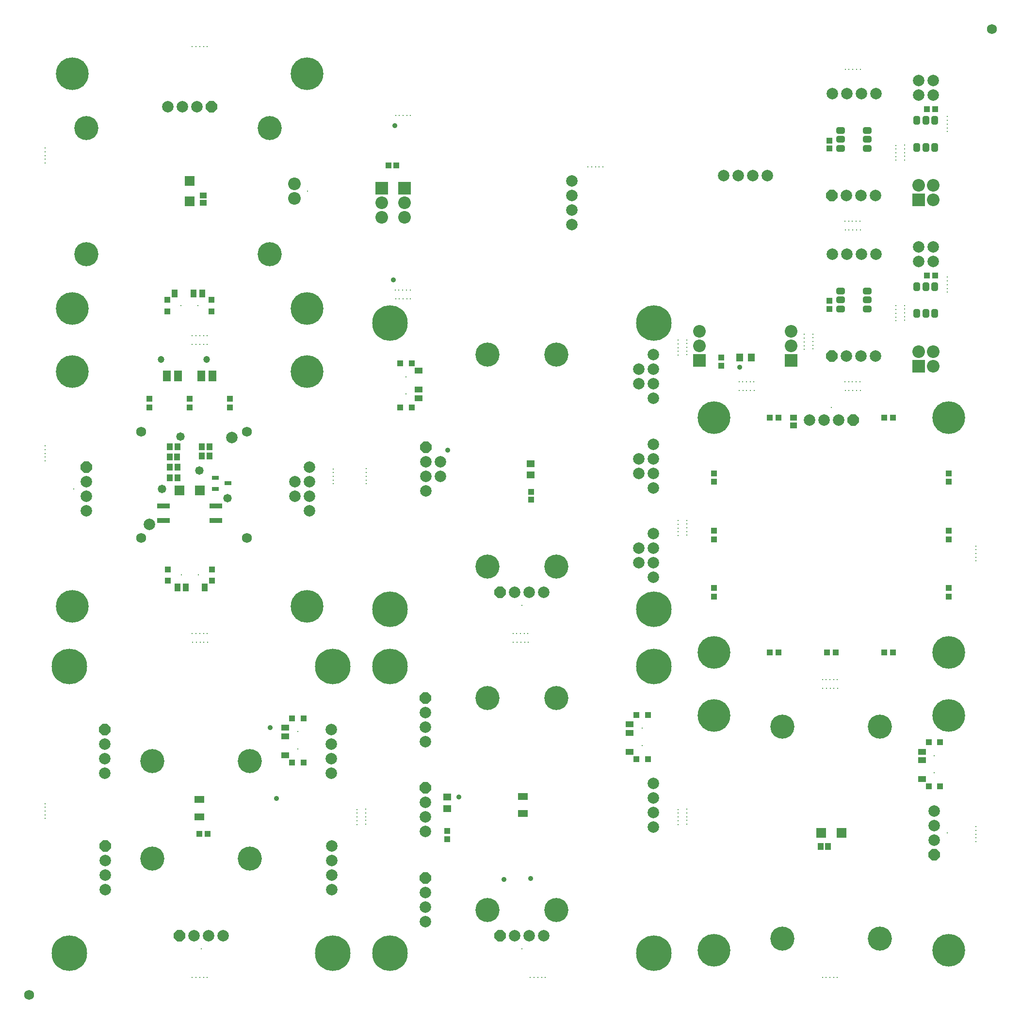
<source format=gts>
G04 Layer_Color=8388736*
%FSLAX44Y44*%
%MOMM*%
G71*
G01*
G75*
%ADD54R,1.0032X1.0032*%
%ADD55R,1.0032X1.0032*%
%ADD56R,1.1532X1.0532*%
%ADD57R,1.4532X1.1032*%
%ADD58R,1.1032X1.0032*%
%ADD59R,1.7032X1.8032*%
%ADD60R,1.0532X1.1532*%
%ADD61R,1.0532X1.0532*%
%ADD62R,1.4532X1.2032*%
%ADD63R,2.3032X0.9532*%
%ADD64R,1.2532X0.8032*%
%ADD65R,1.4032X1.9532*%
%ADD66R,1.0032X1.1032*%
%ADD67R,1.1032X1.4532*%
%ADD68R,1.8032X1.2032*%
%ADD69R,1.8032X1.7032*%
%ADD70R,1.0532X1.0532*%
%ADD71R,1.2032X1.4532*%
G04:AMPARAMS|DCode=72|XSize=1.5032mm|YSize=1.2032mm|CornerRadius=0.3516mm|HoleSize=0mm|Usage=FLASHONLY|Rotation=180.000|XOffset=0mm|YOffset=0mm|HoleType=Round|Shape=RoundedRectangle|*
%AMROUNDEDRECTD72*
21,1,1.5032,0.5000,0,0,180.0*
21,1,0.8000,1.2032,0,0,180.0*
1,1,0.7032,-0.4000,0.2500*
1,1,0.7032,0.4000,0.2500*
1,1,0.7032,0.4000,-0.2500*
1,1,0.7032,-0.4000,-0.2500*
%
%ADD72ROUNDEDRECTD72*%
G04:AMPARAMS|DCode=73|XSize=1.5032mm|YSize=1.2032mm|CornerRadius=0.3516mm|HoleSize=0mm|Usage=FLASHONLY|Rotation=270.000|XOffset=0mm|YOffset=0mm|HoleType=Round|Shape=RoundedRectangle|*
%AMROUNDEDRECTD73*
21,1,1.5032,0.5000,0,0,270.0*
21,1,0.8000,1.2032,0,0,270.0*
1,1,0.7032,-0.2500,-0.4000*
1,1,0.7032,-0.2500,0.4000*
1,1,0.7032,0.2500,0.4000*
1,1,0.7032,0.2500,-0.4000*
%
%ADD73ROUNDEDRECTD73*%
%ADD74C,0.2032*%
%ADD75C,1.7272*%
G04:AMPARAMS|DCode=76|XSize=0.2032mm|YSize=0.2032mm|CornerRadius=0mm|HoleSize=0mm|Usage=FLASHONLY|Rotation=180.000|XOffset=0mm|YOffset=0mm|HoleType=Round|Shape=RoundedRectangle|*
%AMROUNDEDRECTD76*
21,1,0.2032,0.2032,0,0,180.0*
21,1,0.2032,0.2032,0,0,180.0*
1,1,0.0000,-0.1016,0.1016*
1,1,0.0000,0.1016,0.1016*
1,1,0.0000,0.1016,-0.1016*
1,1,0.0000,-0.1016,-0.1016*
%
%ADD76ROUNDEDRECTD76*%
%ADD77P,2.1683X8X202.5*%
%ADD78C,2.0032*%
%ADD79C,5.7032*%
G04:AMPARAMS|DCode=80|XSize=0.2032mm|YSize=0.2032mm|CornerRadius=0mm|HoleSize=0mm|Usage=FLASHONLY|Rotation=90.000|XOffset=0mm|YOffset=0mm|HoleType=Round|Shape=RoundedRectangle|*
%AMROUNDEDRECTD80*
21,1,0.2032,0.2032,0,0,90.0*
21,1,0.2032,0.2032,0,0,90.0*
1,1,0.0000,0.1016,0.1016*
1,1,0.0000,0.1016,-0.1016*
1,1,0.0000,-0.1016,-0.1016*
1,1,0.0000,-0.1016,0.1016*
%
%ADD80ROUNDEDRECTD80*%
%ADD81P,2.1683X8X112.5*%
%ADD82C,4.2032*%
%ADD83C,6.2032*%
%ADD84C,0.9032*%
%ADD85C,1.2032*%
%ADD86C,1.4732*%
%ADD87C,2.2032*%
%ADD88R,2.2032X2.2032*%
%ADD89R,2.2032X2.2032*%
D54*
X1215000Y927500D02*
D03*
Y912500D02*
D03*
X1215000Y827500D02*
D03*
Y812500D02*
D03*
X1215000Y727500D02*
D03*
Y712500D02*
D03*
X1625000Y927500D02*
D03*
X1625000Y912500D02*
D03*
X1625000Y827500D02*
D03*
Y812500D02*
D03*
Y727500D02*
D03*
Y712500D02*
D03*
X300000Y1042500D02*
D03*
Y1057500D02*
D03*
X370000Y1042500D02*
D03*
Y1057500D02*
D03*
X230000Y1042500D02*
D03*
Y1057500D02*
D03*
D55*
X1327500Y1025000D02*
D03*
X1312500Y1025000D02*
D03*
X1527500D02*
D03*
X1512500Y1025000D02*
D03*
X1527500Y615000D02*
D03*
X1512500D02*
D03*
X1427500D02*
D03*
X1412501D02*
D03*
X1327500D02*
D03*
X1312500D02*
D03*
D56*
X1354000Y1024500D02*
D03*
Y1011500D02*
D03*
X324000Y1399500D02*
D03*
Y1412500D02*
D03*
D57*
X1578250Y393605D02*
D03*
Y426605D02*
D03*
Y441605D02*
D03*
X699230Y1106850D02*
D03*
Y1073850D02*
D03*
Y1058850D02*
D03*
X1068250Y441500D02*
D03*
Y474500D02*
D03*
Y489500D02*
D03*
X467000Y435500D02*
D03*
Y468500D02*
D03*
Y483500D02*
D03*
D58*
X1610000Y458105D02*
D03*
X1590000D02*
D03*
X1610000Y381105D02*
D03*
X1590000D02*
D03*
X667480Y1042350D02*
D03*
X687480D02*
D03*
X667480Y1119350D02*
D03*
X687480D02*
D03*
X1100000Y506000D02*
D03*
X1080000D02*
D03*
X1100000Y429000D02*
D03*
X1080000D02*
D03*
X498750Y500000D02*
D03*
X478750D02*
D03*
X498750Y423000D02*
D03*
X478750D02*
D03*
D59*
X1438000Y300000D02*
D03*
X1402000D02*
D03*
X282000Y898000D02*
D03*
X318000D02*
D03*
D60*
X1401500Y276000D02*
D03*
X1414500D02*
D03*
X278500Y920000D02*
D03*
X265500D02*
D03*
X265500Y938000D02*
D03*
X278500D02*
D03*
X265500Y974000D02*
D03*
X278500D02*
D03*
X265000Y956100D02*
D03*
X278000D02*
D03*
X334500Y958000D02*
D03*
X321500D02*
D03*
X321500Y974000D02*
D03*
X334500D02*
D03*
D61*
X896160Y881470D02*
D03*
Y895470D02*
D03*
X749250Y303000D02*
D03*
Y289000D02*
D03*
X1227500Y1129490D02*
D03*
Y1115490D02*
D03*
X1417000Y1228500D02*
D03*
Y1214500D02*
D03*
Y1508500D02*
D03*
Y1494500D02*
D03*
D62*
X895050Y924360D02*
D03*
Y944360D02*
D03*
X749250Y342250D02*
D03*
Y362250D02*
D03*
D63*
X254500Y845400D02*
D03*
Y870600D02*
D03*
X345500D02*
D03*
Y845400D02*
D03*
D64*
X367000Y910000D02*
D03*
X345000Y900500D02*
D03*
Y919500D02*
D03*
D65*
X340000Y1097250D02*
D03*
X320000D02*
D03*
X280000Y1097250D02*
D03*
X260000Y1097250D02*
D03*
D66*
X338895Y740000D02*
D03*
Y760000D02*
D03*
X261895Y740000D02*
D03*
Y760000D02*
D03*
X261105Y1230000D02*
D03*
Y1210000D02*
D03*
X338105Y1230000D02*
D03*
Y1210000D02*
D03*
D67*
X278395Y728250D02*
D03*
X293395D02*
D03*
X326395D02*
D03*
X321605Y1241750D02*
D03*
X306605D02*
D03*
X273605D02*
D03*
D68*
X881250Y333750D02*
D03*
Y363750D02*
D03*
X317250Y328000D02*
D03*
Y358000D02*
D03*
D69*
X300000Y1438000D02*
D03*
Y1402000D02*
D03*
D70*
X317250Y298000D02*
D03*
X331250D02*
D03*
X660740Y1465000D02*
D03*
X646740D02*
D03*
X1601000Y1273000D02*
D03*
X1587000D02*
D03*
X1601000Y1563000D02*
D03*
X1587000D02*
D03*
D71*
X1260000Y1129990D02*
D03*
X1280000D02*
D03*
D72*
X1483000Y1214500D02*
D03*
Y1230250D02*
D03*
Y1246000D02*
D03*
X1436000D02*
D03*
Y1230250D02*
D03*
Y1214500D02*
D03*
X1483000Y1494500D02*
D03*
Y1510250D02*
D03*
Y1526000D02*
D03*
X1436000D02*
D03*
Y1510250D02*
D03*
Y1494500D02*
D03*
D73*
X1569250Y1253500D02*
D03*
X1585000D02*
D03*
X1600750D02*
D03*
Y1206500D02*
D03*
X1585000D02*
D03*
X1569250D02*
D03*
Y1543500D02*
D03*
X1585000D02*
D03*
X1600750D02*
D03*
Y1496500D02*
D03*
X1585000D02*
D03*
X1569250D02*
D03*
D74*
X305000Y632500D02*
D03*
X311500D02*
D03*
X324750D02*
D03*
X318250D02*
D03*
X331000D02*
D03*
X330500Y647750D02*
D03*
X317750D02*
D03*
X324250D02*
D03*
X311000D02*
D03*
X304500D02*
D03*
X330500Y47750D02*
D03*
X317750D02*
D03*
X324250D02*
D03*
X311000D02*
D03*
X304500D02*
D03*
X47500Y325000D02*
D03*
Y331500D02*
D03*
Y344750D02*
D03*
Y338250D02*
D03*
Y351000D02*
D03*
X607500Y315000D02*
D03*
Y321500D02*
D03*
Y334750D02*
D03*
Y328250D02*
D03*
Y341000D02*
D03*
X592250Y340500D02*
D03*
Y327750D02*
D03*
Y334250D02*
D03*
Y321000D02*
D03*
Y314500D02*
D03*
X551000Y935250D02*
D03*
Y928750D02*
D03*
Y915500D02*
D03*
Y922000D02*
D03*
Y909250D02*
D03*
X607750Y909500D02*
D03*
Y922250D02*
D03*
Y915750D02*
D03*
Y929000D02*
D03*
Y935500D02*
D03*
X304500Y1152250D02*
D03*
X311000D02*
D03*
X324250D02*
D03*
X317750D02*
D03*
X330500D02*
D03*
X304500Y1672250D02*
D03*
X311000D02*
D03*
X324250D02*
D03*
X317750D02*
D03*
X330500D02*
D03*
X304500Y1167750D02*
D03*
X311000D02*
D03*
X324250D02*
D03*
X317750D02*
D03*
X330500D02*
D03*
X864500Y647750D02*
D03*
X871000D02*
D03*
X884250D02*
D03*
X877750D02*
D03*
X890500D02*
D03*
X891000Y632500D02*
D03*
X878250D02*
D03*
X884750D02*
D03*
X871500D02*
D03*
X865000D02*
D03*
X1152500Y845000D02*
D03*
Y838500D02*
D03*
Y825250D02*
D03*
Y831750D02*
D03*
Y819000D02*
D03*
X1167750Y819500D02*
D03*
Y832250D02*
D03*
Y825750D02*
D03*
Y839000D02*
D03*
Y845500D02*
D03*
X1405000Y552500D02*
D03*
X1411500D02*
D03*
X1424750D02*
D03*
X1418250D02*
D03*
X1431000D02*
D03*
X1430500Y567750D02*
D03*
X1417750D02*
D03*
X1424250D02*
D03*
X1411000D02*
D03*
X1404500D02*
D03*
X1285000Y1087500D02*
D03*
X1278500D02*
D03*
X1265250D02*
D03*
X1271750D02*
D03*
X1259000D02*
D03*
X1259500Y1072250D02*
D03*
X1272250D02*
D03*
X1265750D02*
D03*
X1279000D02*
D03*
X1285500D02*
D03*
X685000Y1247500D02*
D03*
X678500D02*
D03*
X665250D02*
D03*
X671750D02*
D03*
X659000D02*
D03*
X659500Y1232250D02*
D03*
X672250D02*
D03*
X665750D02*
D03*
X679000D02*
D03*
X685500D02*
D03*
X47750Y975500D02*
D03*
Y969000D02*
D03*
Y955750D02*
D03*
Y962250D02*
D03*
Y949500D02*
D03*
Y1495500D02*
D03*
Y1489000D02*
D03*
Y1475750D02*
D03*
Y1482250D02*
D03*
Y1469500D02*
D03*
X894500Y47750D02*
D03*
X901000D02*
D03*
X914250D02*
D03*
X907750D02*
D03*
X920500D02*
D03*
X1430500D02*
D03*
X1417750D02*
D03*
X1424250D02*
D03*
X1411000D02*
D03*
X1404500D02*
D03*
X1672250Y774500D02*
D03*
Y781000D02*
D03*
Y794250D02*
D03*
Y787750D02*
D03*
Y800500D02*
D03*
Y284500D02*
D03*
Y291000D02*
D03*
Y304250D02*
D03*
Y297750D02*
D03*
Y310500D02*
D03*
X1470500Y1072250D02*
D03*
X1464000D02*
D03*
X1450750D02*
D03*
X1457250D02*
D03*
X1444500D02*
D03*
X1444000Y1087500D02*
D03*
X1456750D02*
D03*
X1450250D02*
D03*
X1463500D02*
D03*
X1470000D02*
D03*
X1547750Y1220500D02*
D03*
Y1214000D02*
D03*
Y1200750D02*
D03*
Y1207250D02*
D03*
Y1194500D02*
D03*
X1532500Y1194000D02*
D03*
Y1206750D02*
D03*
Y1200250D02*
D03*
Y1213500D02*
D03*
Y1220000D02*
D03*
X1470000Y1367500D02*
D03*
X1463500D02*
D03*
X1450250D02*
D03*
X1456750D02*
D03*
X1444000D02*
D03*
X1444500Y1352250D02*
D03*
X1457250D02*
D03*
X1450750D02*
D03*
X1464000D02*
D03*
X1470500D02*
D03*
X1532500Y1500000D02*
D03*
Y1493500D02*
D03*
Y1480250D02*
D03*
Y1486750D02*
D03*
Y1474000D02*
D03*
X1547750Y1474500D02*
D03*
Y1487250D02*
D03*
Y1480750D02*
D03*
Y1494000D02*
D03*
Y1500500D02*
D03*
X1387750Y1170500D02*
D03*
Y1164000D02*
D03*
Y1150750D02*
D03*
Y1157250D02*
D03*
Y1144500D02*
D03*
X1372500Y1144000D02*
D03*
Y1156750D02*
D03*
Y1150250D02*
D03*
Y1163500D02*
D03*
Y1170000D02*
D03*
X1167750Y1160500D02*
D03*
Y1154000D02*
D03*
Y1140750D02*
D03*
Y1147250D02*
D03*
Y1134500D02*
D03*
X1152500Y1134000D02*
D03*
Y1146750D02*
D03*
Y1140250D02*
D03*
Y1153500D02*
D03*
Y1160000D02*
D03*
X1622500Y1524000D02*
D03*
Y1536750D02*
D03*
Y1530250D02*
D03*
Y1543500D02*
D03*
Y1550000D02*
D03*
Y1244000D02*
D03*
Y1256750D02*
D03*
Y1250250D02*
D03*
Y1263500D02*
D03*
Y1270000D02*
D03*
X1470500Y1632250D02*
D03*
X1464000D02*
D03*
X1450750D02*
D03*
X1457250D02*
D03*
X1444500D02*
D03*
X1152250Y314500D02*
D03*
Y321000D02*
D03*
Y334250D02*
D03*
Y327750D02*
D03*
Y340500D02*
D03*
X1167500Y341000D02*
D03*
Y328250D02*
D03*
Y334750D02*
D03*
Y321500D02*
D03*
Y315000D02*
D03*
X685500Y1552250D02*
D03*
X679000D02*
D03*
X665750D02*
D03*
X672250D02*
D03*
X659500D02*
D03*
X1021000Y1462500D02*
D03*
X1008250D02*
D03*
X1014750D02*
D03*
X1001500D02*
D03*
X995000D02*
D03*
X1600000Y434605D02*
D03*
Y404605D02*
D03*
X677480Y1065850D02*
D03*
Y1095850D02*
D03*
X315395Y750000D02*
D03*
X285395D02*
D03*
X1090000Y482500D02*
D03*
Y452500D02*
D03*
X284605Y1220000D02*
D03*
X314605D02*
D03*
X488750Y476500D02*
D03*
Y446500D02*
D03*
D75*
X20000Y17500D02*
D03*
X1700000Y1702500D02*
D03*
X215000Y815000D02*
D03*
X400000Y1000000D02*
D03*
X215000D02*
D03*
X400000Y815000D02*
D03*
D76*
X1420000Y1042800D02*
D03*
X880000Y697200D02*
D03*
X880000Y97200D02*
D03*
X320000D02*
D03*
D77*
X1458100Y1020000D02*
D03*
X841900Y720000D02*
D03*
X841900Y120000D02*
D03*
X338100Y1567000D02*
D03*
X281900Y120000D02*
D03*
X1421100Y1132250D02*
D03*
Y1412250D02*
D03*
D78*
X1432700Y1020000D02*
D03*
X1407300D02*
D03*
X1381900D02*
D03*
X1600000Y287300D02*
D03*
Y312700D02*
D03*
Y338100D02*
D03*
X1109500Y1134320D02*
D03*
Y1058120D02*
D03*
Y1083520D02*
D03*
Y1108920D02*
D03*
X712000Y947950D02*
D03*
Y922550D02*
D03*
Y897150D02*
D03*
X1109500Y978120D02*
D03*
Y901920D02*
D03*
Y927320D02*
D03*
Y952720D02*
D03*
Y821870D02*
D03*
Y745670D02*
D03*
Y771070D02*
D03*
Y796470D02*
D03*
X918100Y720000D02*
D03*
X892700D02*
D03*
X867300D02*
D03*
X1084100Y1083520D02*
D03*
Y1108920D02*
D03*
Y927320D02*
D03*
Y952720D02*
D03*
X737400Y922550D02*
D03*
Y947950D02*
D03*
X1084100Y796470D02*
D03*
Y771070D02*
D03*
X120000Y861900D02*
D03*
Y887300D02*
D03*
Y912700D02*
D03*
X509500D02*
D03*
Y887300D02*
D03*
Y861900D02*
D03*
Y938100D02*
D03*
X374000Y990000D02*
D03*
X230000Y838000D02*
D03*
X484100Y912700D02*
D03*
Y887300D02*
D03*
X918100Y120000D02*
D03*
X892700D02*
D03*
X867300D02*
D03*
X711500Y458850D02*
D03*
Y484250D02*
D03*
Y509650D02*
D03*
Y145050D02*
D03*
Y170450D02*
D03*
Y195850D02*
D03*
X711250Y302150D02*
D03*
Y327550D02*
D03*
Y352950D02*
D03*
X1109500Y386100D02*
D03*
Y309900D02*
D03*
Y335300D02*
D03*
Y360700D02*
D03*
X261900Y1567000D02*
D03*
X287300D02*
D03*
X312700D02*
D03*
X547250Y480050D02*
D03*
Y403850D02*
D03*
Y429250D02*
D03*
Y454650D02*
D03*
X358100Y120000D02*
D03*
X332700D02*
D03*
X307300D02*
D03*
X152000Y403650D02*
D03*
Y429050D02*
D03*
Y454450D02*
D03*
X548000Y277400D02*
D03*
Y201200D02*
D03*
Y226600D02*
D03*
Y252000D02*
D03*
X152500Y200950D02*
D03*
Y226350D02*
D03*
Y251750D02*
D03*
X966990Y1412700D02*
D03*
Y1387300D02*
D03*
Y1361900D02*
D03*
Y1438100D02*
D03*
X1231900Y1446990D02*
D03*
X1308100D02*
D03*
X1282700D02*
D03*
X1257300D02*
D03*
X1446500Y1132250D02*
D03*
X1471900D02*
D03*
X1497300D02*
D03*
X1421400Y1310000D02*
D03*
X1497600D02*
D03*
X1472200D02*
D03*
X1446800D02*
D03*
X1446500Y1412250D02*
D03*
X1471900D02*
D03*
X1497300D02*
D03*
X1421400Y1590000D02*
D03*
X1497600D02*
D03*
X1472200D02*
D03*
X1446800D02*
D03*
X1572500Y1297500D02*
D03*
Y1322900D02*
D03*
X1597900Y1297500D02*
D03*
Y1322900D02*
D03*
X1572500Y1587500D02*
D03*
Y1612900D02*
D03*
X1597900Y1587500D02*
D03*
Y1612900D02*
D03*
D79*
X1215000Y615000D02*
D03*
X1625000Y1025000D02*
D03*
X1215000D02*
D03*
X1625000Y615000D02*
D03*
X1625000Y95000D02*
D03*
X1215000D02*
D03*
X1625000Y505000D02*
D03*
X1215000D02*
D03*
X505000Y695000D02*
D03*
X95000D02*
D03*
X505000Y1105000D02*
D03*
X95000D02*
D03*
X95000Y1215000D02*
D03*
Y1625000D02*
D03*
X505000Y1215000D02*
D03*
Y1625000D02*
D03*
D80*
X1622800Y300000D02*
D03*
X97200Y900000D02*
D03*
X506000Y1420000D02*
D03*
D81*
X1600000Y261900D02*
D03*
X712000Y973350D02*
D03*
X120000Y938100D02*
D03*
X711500Y535050D02*
D03*
Y221250D02*
D03*
X711250Y378350D02*
D03*
X152000Y479850D02*
D03*
X152500Y277150D02*
D03*
D82*
X1335000Y485000D02*
D03*
X1505000D02*
D03*
X1335000Y115000D02*
D03*
X1505000D02*
D03*
X820000Y1135000D02*
D03*
X940000D02*
D03*
X820000Y765000D02*
D03*
X940000D02*
D03*
X940000Y165000D02*
D03*
X820000D02*
D03*
X940000Y535000D02*
D03*
X820000D02*
D03*
X440000Y1530000D02*
D03*
Y1310000D02*
D03*
X120000D02*
D03*
Y1530000D02*
D03*
X405000Y425000D02*
D03*
X235000D02*
D03*
Y255000D02*
D03*
X405000D02*
D03*
D83*
X1110000Y1190000D02*
D03*
X650000D02*
D03*
Y690000D02*
D03*
X1110000D02*
D03*
X1110000Y590000D02*
D03*
X650000D02*
D03*
Y90000D02*
D03*
X1110000D02*
D03*
X550000Y590000D02*
D03*
X90000D02*
D03*
Y90000D02*
D03*
X550000D02*
D03*
D84*
X750000Y968000D02*
D03*
X849000Y219000D02*
D03*
X895000Y220000D02*
D03*
X769750Y362250D02*
D03*
X451750Y360250D02*
D03*
X440250Y483500D02*
D03*
X658240Y1534000D02*
D03*
X655490Y1265000D02*
D03*
X1260000Y1112490D02*
D03*
D85*
X330000Y1126000D02*
D03*
X250000D02*
D03*
D86*
X284000Y992000D02*
D03*
X316930Y932000D02*
D03*
X366000Y884000D02*
D03*
X252000Y900000D02*
D03*
D87*
X483200Y1407300D02*
D03*
Y1432700D02*
D03*
X634990Y1374600D02*
D03*
Y1400000D02*
D03*
X674990Y1374600D02*
D03*
Y1400000D02*
D03*
X1190000Y1149990D02*
D03*
Y1175390D02*
D03*
X1350000Y1149990D02*
D03*
Y1175390D02*
D03*
X1572300Y1140200D02*
D03*
X1597700D02*
D03*
Y1114800D02*
D03*
X1572300Y1430200D02*
D03*
X1597700D02*
D03*
Y1404800D02*
D03*
D88*
X634990Y1425400D02*
D03*
X674990D02*
D03*
X1190000Y1124590D02*
D03*
X1350000D02*
D03*
D89*
X1572300Y1114800D02*
D03*
Y1404800D02*
D03*
M02*

</source>
